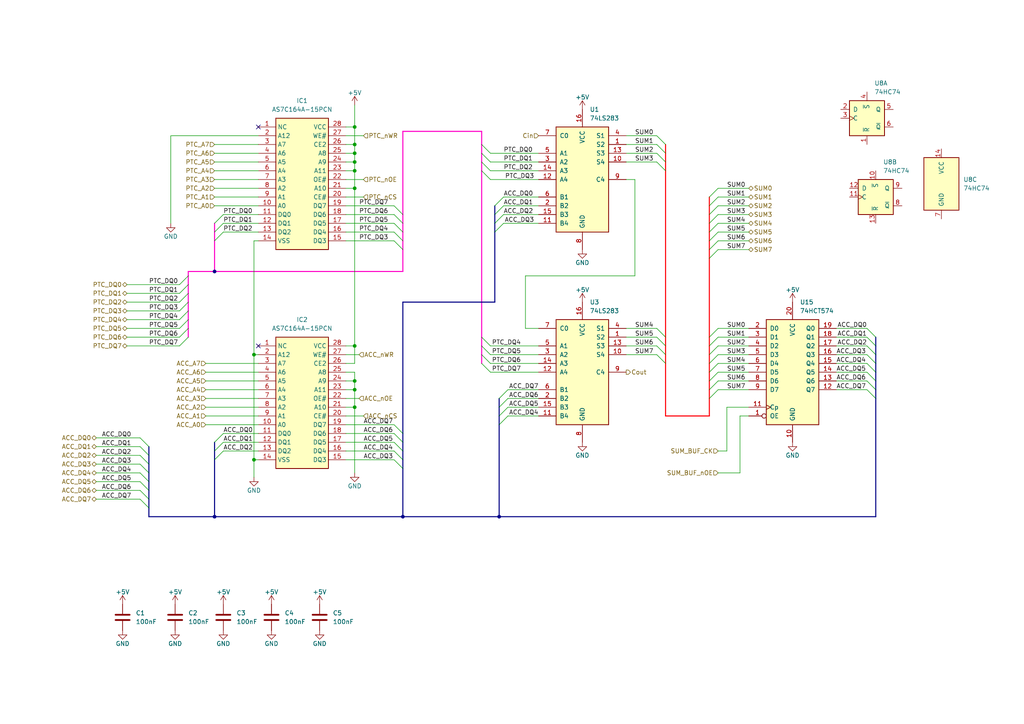
<source format=kicad_sch>
(kicad_sch (version 20250114) (generator "eeschema") (generator_version "9.0")
  (paper "A4")
  (lib_symbols
    (symbol "74xx:74HC74" (pin_names (offset 1.016))
      (property "Reference" "U" (at -7.62 8.89 0))
      (property "Value" "74HC74" (at -7.62 -8.89 0))
      (symbol "74HC74_1_0"
        (pin input line (at -7.62 2.54 0) (length 2.54) (name "D") (number "2"))
        (pin input clock (at -7.62 0 0) (length 2.54) (name "C") (number "3"))
        (pin input line (at 0 7.62 270) (length 2.54) (name "~{S}") (number "4"))
        (pin input line (at 0 -7.62 90) (length 2.54) (name "~{R}") (number "1"))
        (pin output line (at 7.62 2.54 180) (length 2.54) (name "Q") (number "5"))
        (pin output line (at 7.62 -2.54 180) (length 2.54) (name "~{Q}") (number "6"))
      )
      (symbol "74HC74_1_1"
        (rectangle (start -5.08 5.08) (end 5.08 -5.08) (stroke (width 0.254)) (fill (type background)))
      )
      (symbol "74HC74_2_0"
        (pin input line (at -7.62 2.54 0) (length 2.54) (name "D") (number "12"))
        (pin input clock (at -7.62 0 0) (length 2.54) (name "C") (number "11"))
        (pin input line (at 0 7.62 270) (length 2.54) (name "~{S}") (number "10"))
        (pin input line (at 0 -7.62 90) (length 2.54) (name "~{R}") (number "13"))
        (pin output line (at 7.62 2.54 180) (length 2.54) (name "Q") (number "9"))
        (pin output line (at 7.62 -2.54 180) (length 2.54) (name "~{Q}") (number "8"))
      )
      (symbol "74HC74_2_1"
        (rectangle (start -5.08 5.08) (end 5.08 -5.08) (stroke (width 0.254)) (fill (type background)))
      )
      (symbol "74HC74_3_0"
        (pin power_in line (at 0 10.16 270) (length 2.54) (name "VCC") (number "14"))
        (pin power_in line (at 0 -10.16 90) (length 2.54) (name "GND") (number "7"))
      )
      (symbol "74HC74_3_1"
        (rectangle (start -5.08 7.62) (end 5.08 -7.62) (stroke (width 0.254)) (fill (type background)))
      )
    )
    (symbol "74xx:74HCT574" (pin_names (offset 1.016))
      (property "Reference" "U" (at -7.62 16.51 0))
      (property "Value" "74HCT574" (at -7.62 -16.51 0))
      (symbol "74HCT574_1_0"
        (pin input line (at -12.7 12.7 0) (length 5.08) (name "D0") (number "2"))
        (pin input line (at -12.7 10.16 0) (length 5.08) (name "D1") (number "3"))
        (pin input line (at -12.7 7.62 0) (length 5.08) (name "D2") (number "4"))
        (pin input line (at -12.7 5.08 0) (length 5.08) (name "D3") (number "5"))
        (pin input line (at -12.7 2.54 0) (length 5.08) (name "D4") (number "6"))
        (pin input line (at -12.7 0 0) (length 5.08) (name "D5") (number "7"))
        (pin input line (at -12.7 -2.54 0) (length 5.08) (name "D6") (number "8"))
        (pin input line (at -12.7 -5.08 0) (length 5.08) (name "D7") (number "9"))
        (pin input clock (at -12.7 -10.16 0) (length 5.08) (name "Cp") (number "11"))
        (pin input inverted (at -12.7 -12.7 0) (length 5.08) (name "OE") (number "1"))
        (pin power_in line (at 0 20.32 270) (length 5.08) (name "VCC") (number "20"))
        (pin power_in line (at 0 -20.32 90) (length 5.08) (name "GND") (number "10"))
        (pin tri_state line (at 12.7 12.7 180) (length 5.08) (name "Q0") (number "19"))
        (pin tri_state line (at 12.7 10.16 180) (length 5.08) (name "Q1") (number "18"))
        (pin tri_state line (at 12.7 7.62 180) (length 5.08) (name "Q2") (number "17"))
        (pin tri_state line (at 12.7 5.08 180) (length 5.08) (name "Q3") (number "16"))
        (pin tri_state line (at 12.7 2.54 180) (length 5.08) (name "Q4") (number "15"))
        (pin tri_state line (at 12.7 0 180) (length 5.08) (name "Q5") (number "14"))
        (pin tri_state line (at 12.7 -2.54 180) (length 5.08) (name "Q6") (number "13"))
        (pin tri_state line (at 12.7 -5.08 180) (length 5.08) (name "Q7") (number "12"))
      )
      (symbol "74HCT574_1_1"
        (rectangle (start -7.62 15.24) (end 7.62 -15.24) (stroke (width 0.254)) (fill (type background)))
      )
    )
    (symbol "74xx:74LS283" (pin_names (offset 1.016))
      (property "Reference" "U" (at -7.62 16.51 0))
      (property "Value" "74LS283" (at -7.62 -16.51 0))
      (symbol "74LS283_1_0"
        (pin input line (at -12.7 12.7 0) (length 5.08) (name "C0") (number "7"))
        (pin input line (at -12.7 7.62 0) (length 5.08) (name "A1") (number "5"))
        (pin input line (at -12.7 5.08 0) (length 5.08) (name "A2") (number "3"))
        (pin input line (at -12.7 2.54 0) (length 5.08) (name "A3") (number "14"))
        (pin input line (at -12.7 0 0) (length 5.08) (name "A4") (number "12"))
        (pin input line (at -12.7 -5.08 0) (length 5.08) (name "B1") (number "6"))
        (pin input line (at -12.7 -7.62 0) (length 5.08) (name "B2") (number "2"))
        (pin input line (at -12.7 -10.16 0) (length 5.08) (name "B3") (number "15"))
        (pin input line (at -12.7 -12.7 0) (length 5.08) (name "B4") (number "11"))
        (pin power_in line (at 0 20.32 270) (length 5.08) (name "VCC") (number "16"))
        (pin power_in line (at 0 -20.32 90) (length 5.08) (name "GND") (number "8"))
        (pin output line (at 12.7 12.7 180) (length 5.08) (name "S1") (number "4"))
        (pin output line (at 12.7 10.16 180) (length 5.08) (name "S2") (number "1"))
        (pin output line (at 12.7 7.62 180) (length 5.08) (name "S3") (number "13"))
        (pin output line (at 12.7 5.08 180) (length 5.08) (name "S4") (number "10"))
        (pin output line (at 12.7 0 180) (length 5.08) (name "C4") (number "9"))
      )
      (symbol "74LS283_1_1"
        (rectangle (start -7.62 15.24) (end 7.62 -15.24) (stroke (width 0.254)) (fill (type background)))
      )
    )
    (symbol "AS7C164A-15PCN:AS7C164A-15PCN"
      (property "Reference" "IC" (at 21.59 7.62 0))
      (property "Value" "AS7C164A-15PCN" (at 21.59 5.08 0))
      (symbol "AS7C164A-15PCN_1_1"
        (rectangle (start 5.08 2.54) (end 20.32 -35.56) (stroke (width 0.254)) (fill (type background)))
        (pin no_connect line (at 0 0 0) (length 5.08) (name "NC") (number "1"))
        (pin input line (at 0 -2.54 0) (length 5.08) (name "A12") (number "2"))
        (pin input line (at 0 -5.08 0) (length 5.08) (name "A7") (number "3"))
        (pin input line (at 0 -7.62 0) (length 5.08) (name "A6") (number "4"))
        (pin input line (at 0 -10.16 0) (length 5.08) (name "A5") (number "5"))
        (pin input line (at 0 -12.7 0) (length 5.08) (name "A4") (number "6"))
        (pin input line (at 0 -15.24 0) (length 5.08) (name "A3") (number "7"))
        (pin input line (at 0 -17.78 0) (length 5.08) (name "A2") (number "8"))
        (pin input line (at 0 -20.32 0) (length 5.08) (name "A1") (number "9"))
        (pin input line (at 0 -22.86 0) (length 5.08) (name "A0") (number "10"))
        (pin bidirectional line (at 0 -25.4 0) (length 5.08) (name "DQ0") (number "11"))
        (pin bidirectional line (at 0 -27.94 0) (length 5.08) (name "DQ1") (number "12"))
        (pin bidirectional line (at 0 -30.48 0) (length 5.08) (name "DQ2") (number "13"))
        (pin power_in line (at 0 -33.02 0) (length 5.08) (name "VSS") (number "14"))
        (pin power_in line (at 25.4 0 180) (length 5.08) (name "VCC") (number "28"))
        (pin input line (at 25.4 -2.54 180) (length 5.08) (name "WE#") (number "27"))
        (pin input line (at 25.4 -5.08 180) (length 5.08) (name "CE2") (number "26"))
        (pin input line (at 25.4 -7.62 180) (length 5.08) (name "A8") (number "25"))
        (pin input line (at 25.4 -10.16 180) (length 5.08) (name "A9") (number "24"))
        (pin input line (at 25.4 -12.7 180) (length 5.08) (name "A11") (number "23"))
        (pin input line (at 25.4 -15.24 180) (length 5.08) (name "OE#") (number "22"))
        (pin input line (at 25.4 -17.78 180) (length 5.08) (name "A10") (number "21"))
        (pin input line (at 25.4 -20.32 180) (length 5.08) (name "CE#") (number "20"))
        (pin bidirectional line (at 25.4 -22.86 180) (length 5.08) (name "DQ7") (number "19"))
        (pin bidirectional line (at 25.4 -25.4 180) (length 5.08) (name "DQ6") (number "18"))
        (pin bidirectional line (at 25.4 -27.94 180) (length 5.08) (name "DQ5") (number "17"))
        (pin bidirectional line (at 25.4 -30.48 180) (length 5.08) (name "DQ4") (number "16"))
        (pin bidirectional line (at 25.4 -33.02 180) (length 5.08) (name "DQ3") (number "15"))
      )
    )
    (symbol "Device:C" (pin_numbers (hide yes)) (pin_names (offset 0.254))
      (property "Reference" "C" (at 0.635 2.54 0))
      (property "Value" "C" (at 0.635 -2.54 0))
      (symbol "C_0_1"
        (polyline (pts (xy -2.032 0.762) (xy 2.032 0.762)) (stroke (width 0.508)))
        (polyline (pts (xy -2.032 -0.762) (xy 2.032 -0.762)) (stroke (width 0.508)))
      )
      (symbol "C_1_1"
        (pin passive line (at 0 3.81 270) (length 2.794) (name "~") (number "1"))
        (pin passive line (at 0 -3.81 90) (length 2.794) (name "~") (number "2"))
      )
    )
    (symbol "power:+5V" (power) (pin_names (offset 0))
      (property "Value" "+5V" (at 0 3.556 0))
      (symbol "+5V_0_1"
        (polyline (pts (xy -0.762 1.27) (xy 0 2.54)))
        (polyline (pts (xy 0 2.54) (xy 0.762 1.27)))
        (polyline (pts (xy 0 0) (xy 0 2.54)))
      )
      (symbol "+5V_1_1"
        (pin power_in line (at 0 0 90) (length 0) (hide yes) (name "+5V") (number "1"))
      )
    )
    (symbol "power:GND" (power) (pin_names (offset 0))
      (property "Value" "GND" (at 0 -3.81 0))
      (symbol "GND_0_1"
        (polyline (pts (xy 0 0) (xy 0 -1.27) (xy 1.27 -1.27) (xy 0 -2.54) (xy -1.27 -1.27) (xy 0 -1.27)))
      )
      (symbol "GND_1_1"
        (pin power_in line (at 0 0 270) (length 0) (hide yes) (name "GND") (number "1"))
      )
    )
  )
  (junction (at 144.78 149.86))
  (junction (at 102.87 46.99))
  (junction (at 102.87 100.33))
  (junction (at 116.84 149.86))
  (junction (at 102.87 118.11))
  (junction (at 102.87 36.83))
  (junction (at 102.87 110.49))
  (junction (at 102.87 41.91))
  (junction (at 62.23 149.86))
  (junction (at 73.66 133.35))
  (junction (at 73.66 102.87))
  (junction (at 102.87 49.53))
  (junction (at 102.87 54.61))
  (junction (at 102.87 44.45))
  (junction (at 102.87 113.03))
  (junction (at 62.23 78.74))
  (no_connect (at 74.93 100.33))
  (no_connect (at 74.93 36.83))
  (bus_entry (at 114.3 133.35) (size 2.54 2.54))
  (bus_entry (at 190.5 44.45) (size 2.54 2.54))
  (bus_entry (at 147.32 118.11) (size -2.54 2.54))
  (bus_entry (at 64.77 62.23) (size -2.54 2.54))
  (bus_entry (at 146.05 64.77) (size -2.54 2.54))
  (bus_entry (at 208.28 62.23) (size -2.54 2.54))
  (bus_entry (at 190.5 41.91) (size 2.54 2.54))
  (bus_entry (at 146.05 57.15) (size -2.54 2.54))
  (bus_entry (at 190.5 102.87) (size 2.54 2.54))
  (bus_entry (at 114.3 67.31) (size 2.54 2.54))
  (bus_entry (at 114.3 123.19) (size 2.54 2.54))
  (bus_entry (at 251.46 100.33) (size 2.54 2.54))
  (bus_entry (at 64.77 130.81) (size -2.54 2.54))
  (bus_entry (at 208.28 69.85) (size -2.54 2.54))
  (bus_entry (at 208.28 102.87) (size -2.54 2.54))
  (bus_entry (at 251.46 102.87) (size 2.54 2.54))
  (bus_entry (at 52.07 100.33) (size 2.54 -2.54))
  (bus_entry (at 64.77 128.27) (size -2.54 2.54))
  (bus_entry (at 190.5 95.25) (size 2.54 2.54))
  (bus_entry (at 40.64 127) (size 2.54 2.54))
  (bus_entry (at 251.46 110.49) (size 2.54 2.54))
  (bus_entry (at 146.05 59.69) (size -2.54 2.54))
  (bus_entry (at 146.05 62.23) (size -2.54 2.54))
  (bus_entry (at 190.5 46.99) (size 2.54 2.54))
  (bus_entry (at 114.3 130.81) (size 2.54 2.54))
  (bus_entry (at 208.28 57.15) (size -2.54 2.54))
  (bus_entry (at 251.46 113.03) (size 2.54 2.54))
  (bus_entry (at 208.28 110.49) (size -2.54 2.54))
  (bus_entry (at 52.07 95.25) (size 2.54 -2.54))
  (bus_entry (at 52.07 97.79) (size 2.54 -2.54))
  (bus_entry (at 208.28 54.61) (size -2.54 2.54))
  (bus_entry (at 40.64 144.78) (size 2.54 2.54))
  (bus_entry (at 208.28 100.33) (size -2.54 2.54))
  (bus_entry (at 190.5 100.33) (size 2.54 2.54))
  (bus_entry (at 190.5 97.79) (size 2.54 2.54))
  (bus_entry (at 142.24 52.07) (size -2.54 -2.54))
  (bus_entry (at 208.28 95.25) (size -2.54 2.54))
  (bus_entry (at 114.3 59.69) (size 2.54 2.54))
  (bus_entry (at 114.3 128.27) (size 2.54 2.54))
  (bus_entry (at 208.28 107.95) (size -2.54 2.54))
  (bus_entry (at 54.61 85.09) (size -2.54 2.54))
  (bus_entry (at 64.77 125.73) (size -2.54 2.54))
  (bus_entry (at 114.3 62.23) (size 2.54 2.54))
  (bus_entry (at 251.46 97.79) (size 2.54 2.54))
  (bus_entry (at 64.77 64.77) (size -2.54 2.54))
  (bus_entry (at 114.3 69.85) (size 2.54 2.54))
  (bus_entry (at 64.77 67.31) (size -2.54 2.54))
  (bus_entry (at 147.32 115.57) (size -2.54 2.54))
  (bus_entry (at 208.28 72.39) (size -2.54 2.54))
  (bus_entry (at 251.46 107.95) (size 2.54 2.54))
  (bus_entry (at 208.28 59.69) (size -2.54 2.54))
  (bus_entry (at 142.24 105.41) (size -2.54 -2.54))
  (bus_entry (at 208.28 113.03) (size -2.54 2.54))
  (bus_entry (at 54.61 80.01) (size -2.54 2.54))
  (bus_entry (at 114.3 125.73) (size 2.54 2.54))
  (bus_entry (at 139.7 46.99) (size 2.54 2.54))
  (bus_entry (at 142.24 102.87) (size -2.54 -2.54))
  (bus_entry (at 54.61 82.55) (size -2.54 2.54))
  (bus_entry (at 40.64 129.54) (size 2.54 2.54))
  (bus_entry (at 114.3 64.77) (size 2.54 2.54))
  (bus_entry (at 251.46 105.41) (size 2.54 2.54))
  (bus_entry (at 40.64 142.24) (size 2.54 2.54))
  (bus_entry (at 251.46 95.25) (size 2.54 2.54))
  (bus_entry (at 208.28 97.79) (size -2.54 2.54))
  (bus_entry (at 142.24 100.33) (size -2.54 -2.54))
  (bus_entry (at 208.28 67.31) (size -2.54 2.54))
  (bus_entry (at 40.64 139.7) (size 2.54 2.54))
  (bus_entry (at 52.07 92.71) (size 2.54 -2.54))
  (bus_entry (at 208.28 105.41) (size -2.54 2.54))
  (bus_entry (at 208.28 64.77) (size -2.54 2.54))
  (bus_entry (at 40.64 132.08) (size 2.54 2.54))
  (bus_entry (at 139.7 41.91) (size 2.54 2.54))
  (bus_entry (at 52.07 90.17) (size 2.54 -2.54))
  (bus_entry (at 40.64 134.62) (size 2.54 2.54))
  (bus_entry (at 147.32 120.65) (size -2.54 2.54))
  (bus_entry (at 139.7 44.45) (size 2.54 2.54))
  (bus_entry (at 142.24 107.95) (size -2.54 -2.54))
  (bus_entry (at 40.64 137.16) (size 2.54 2.54))
  (bus_entry (at 190.5 39.37) (size 2.54 2.54))
  (bus_entry (at 147.32 113.03) (size -2.54 2.54))
  (bus (pts (xy 116.84 149.86) (xy 144.78 149.86)))
  (wire (pts (xy 102.87 54.61) (xy 102.87 49.53)))
  (wire (pts (xy 52.07 85.09) (xy 36.83 85.09)))
  (wire (pts (xy 52.07 95.25) (xy 36.83 95.25)))
  (wire (pts (xy 102.87 49.53) (xy 102.87 46.99)))
  (bus (pts (xy 116.84 130.81) (xy 116.84 133.35)))
  (wire (pts (xy 208.28 64.77) (xy 217.17 64.77)))
  (wire (pts (xy 214.63 120.65) (xy 214.63 137.16)))
  (bus (pts (xy 139.7 97.79) (xy 139.7 100.33)) (stroke (width 0) (color 255 0 199 1)))
  (wire (pts (xy 27.94 142.24) (xy 40.64 142.24)))
  (wire (pts (xy 100.33 120.65) (xy 105.41 120.65)))
  (bus (pts (xy 62.23 133.35) (xy 62.23 149.86)))
  (wire (pts (xy 100.33 125.73) (xy 114.3 125.73)))
  (bus (pts (xy 193.04 100.33) (xy 193.04 102.87)) (stroke (width 0) (color 255 0 8 1)))
  (wire (pts (xy 102.87 105.41) (xy 102.87 100.33)))
  (bus (pts (xy 116.84 125.73) (xy 116.84 128.27)))
  (wire (pts (xy 181.61 46.99) (xy 190.5 46.99)))
  (bus (pts (xy 144.78 118.11) (xy 144.78 120.65)))
  (bus (pts (xy 205.74 74.93) (xy 205.74 97.79)) (stroke (width 0) (color 255 0 8 1)))
  (wire (pts (xy 242.57 113.03) (xy 251.46 113.03)))
  (wire (pts (xy 156.21 105.41) (xy 142.24 105.41)))
  (wire (pts (xy 100.33 69.85) (xy 114.3 69.85)))
  (wire (pts (xy 105.41 39.37) (xy 100.33 39.37)))
  (bus (pts (xy 205.74 102.87) (xy 205.74 105.41)) (stroke (width 0) (color 255 0 8 1)))
  (bus (pts (xy 205.74 67.31) (xy 205.74 69.85)) (stroke (width 0) (color 255 0 8 1)))
  (wire (pts (xy 152.4 95.25) (xy 156.21 95.25)))
  (wire (pts (xy 62.23 44.45) (xy 74.93 44.45)))
  (wire (pts (xy 100.33 62.23) (xy 114.3 62.23)))
  (bus (pts (xy 139.7 100.33) (xy 139.7 102.87)) (stroke (width 0) (color 255 0 199 1)))
  (wire (pts (xy 242.57 110.49) (xy 251.46 110.49)))
  (wire (pts (xy 208.28 95.25) (xy 217.17 95.25)))
  (wire (pts (xy 100.33 46.99) (xy 102.87 46.99)))
  (wire (pts (xy 184.15 80.01) (xy 152.4 80.01)))
  (bus (pts (xy 193.04 46.99) (xy 193.04 49.53)) (stroke (width 0) (color 255 0 8 1)))
  (bus (pts (xy 144.78 120.65) (xy 144.78 123.19)))
  (wire (pts (xy 100.33 118.11) (xy 102.87 118.11)))
  (wire (pts (xy 208.28 97.79) (xy 217.17 97.79)))
  (bus (pts (xy 193.04 105.41) (xy 193.04 120.65)) (stroke (width 0) (color 255 0 8 1)))
  (wire (pts (xy 73.66 133.35) (xy 74.93 133.35)))
  (bus (pts (xy 62.23 128.27) (xy 62.23 130.81)))
  (bus (pts (xy 254 115.57) (xy 254 149.86)))
  (bus (pts (xy 62.23 78.74) (xy 116.84 78.74)) (stroke (width 0) (color 255 0 199 1)))
  (wire (pts (xy 104.14 102.87) (xy 100.33 102.87)))
  (wire (pts (xy 73.66 133.35) (xy 73.66 138.43)))
  (wire (pts (xy 64.77 130.81) (xy 74.93 130.81)))
  (wire (pts (xy 59.69 110.49) (xy 74.93 110.49)))
  (bus (pts (xy 205.74 115.57) (xy 205.74 120.65)) (stroke (width 0) (color 255 0 8 1)))
  (wire (pts (xy 102.87 107.95) (xy 102.87 110.49)))
  (wire (pts (xy 217.17 118.11) (xy 210.82 118.11)))
  (bus (pts (xy 205.74 69.85) (xy 205.74 72.39)) (stroke (width 0) (color 255 0 8 1)))
  (bus (pts (xy 62.23 149.86) (xy 116.84 149.86)))
  (bus (pts (xy 43.18 137.16) (xy 43.18 139.7)))
  (bus (pts (xy 54.61 80.01) (xy 54.61 82.55)) (stroke (width 0) (color 255 0 199 1)))
  (wire (pts (xy 64.77 67.31) (xy 74.93 67.31)))
  (wire (pts (xy 100.33 105.41) (xy 102.87 105.41)))
  (bus (pts (xy 205.74 72.39) (xy 205.74 74.93)) (stroke (width 0) (color 255 0 8 1)))
  (wire (pts (xy 251.46 95.25) (xy 242.57 95.25)))
  (bus (pts (xy 193.04 41.91) (xy 193.04 44.45)) (stroke (width 0) (color 255 0 8 1)))
  (wire (pts (xy 52.07 97.79) (xy 36.83 97.79)))
  (bus (pts (xy 62.23 67.31) (xy 62.23 69.85)) (stroke (width 0) (color 255 0 199 1)))
  (bus (pts (xy 139.7 44.45) (xy 139.7 46.99)) (stroke (width 0) (color 255 0 199 1)))
  (wire (pts (xy 62.23 59.69) (xy 74.93 59.69)))
  (wire (pts (xy 27.94 132.08) (xy 40.64 132.08)))
  (wire (pts (xy 105.41 57.15) (xy 100.33 57.15)))
  (wire (pts (xy 146.05 62.23) (xy 156.21 62.23)))
  (wire (pts (xy 181.61 52.07) (xy 184.15 52.07)))
  (wire (pts (xy 64.77 125.73) (xy 74.93 125.73)))
  (wire (pts (xy 181.61 44.45) (xy 190.5 44.45)))
  (wire (pts (xy 208.28 72.39) (xy 217.17 72.39)))
  (wire (pts (xy 100.33 100.33) (xy 102.87 100.33)))
  (bus (pts (xy 254 97.79) (xy 254 100.33)))
  (wire (pts (xy 152.4 80.01) (xy 152.4 95.25)))
  (bus (pts (xy 43.18 139.7) (xy 43.18 142.24)))
  (wire (pts (xy 146.05 59.69) (xy 156.21 59.69)))
  (wire (pts (xy 52.07 100.33) (xy 36.83 100.33)))
  (bus (pts (xy 254 113.03) (xy 254 115.57)))
  (bus (pts (xy 205.74 110.49) (xy 205.74 113.03)) (stroke (width 0) (color 255 0 8 1)))
  (wire (pts (xy 59.69 118.11) (xy 74.93 118.11)))
  (wire (pts (xy 62.23 41.91) (xy 74.93 41.91)))
  (bus (pts (xy 205.74 105.41) (xy 205.74 107.95)) (stroke (width 0) (color 255 0 8 1)))
  (wire (pts (xy 100.33 107.95) (xy 102.87 107.95)))
  (bus (pts (xy 193.04 102.87) (xy 193.04 105.41)) (stroke (width 0) (color 255 0 8 1)))
  (bus (pts (xy 62.23 130.81) (xy 62.23 133.35)))
  (bus (pts (xy 205.74 62.23) (xy 205.74 64.77)) (stroke (width 0) (color 255 0 8 1)))
  (wire (pts (xy 49.53 39.37) (xy 49.53 64.77)))
  (bus (pts (xy 62.23 64.77) (xy 62.23 67.31)) (stroke (width 0) (color 255 0 199 1)))
  (wire (pts (xy 142.24 46.99) (xy 156.21 46.99)))
  (wire (pts (xy 156.21 107.95) (xy 142.24 107.95)))
  (wire (pts (xy 102.87 46.99) (xy 102.87 44.45)))
  (bus (pts (xy 139.7 102.87) (xy 139.7 105.41)) (stroke (width 0) (color 255 0 199 1)))
  (wire (pts (xy 156.21 100.33) (xy 142.24 100.33)))
  (wire (pts (xy 73.66 102.87) (xy 73.66 133.35)))
  (wire (pts (xy 208.28 102.87) (xy 217.17 102.87)))
  (wire (pts (xy 208.28 105.41) (xy 217.17 105.41)))
  (wire (pts (xy 74.93 39.37) (xy 49.53 39.37)))
  (wire (pts (xy 59.69 107.95) (xy 74.93 107.95)))
  (wire (pts (xy 156.21 52.07) (xy 142.24 52.07)))
  (wire (pts (xy 62.23 46.99) (xy 74.93 46.99)))
  (wire (pts (xy 100.33 128.27) (xy 114.3 128.27)))
  (bus (pts (xy 205.74 97.79) (xy 205.74 100.33)) (stroke (width 0) (color 255 0 8 1)))
  (bus (pts (xy 116.84 87.63) (xy 116.84 125.73)))
  (wire (pts (xy 181.61 95.25) (xy 190.5 95.25)))
  (wire (pts (xy 59.69 120.65) (xy 74.93 120.65)))
  (wire (pts (xy 184.15 52.07) (xy 184.15 80.01)))
  (wire (pts (xy 210.82 130.81) (xy 208.28 130.81)))
  (bus (pts (xy 143.51 62.23) (xy 143.51 64.77)))
  (bus (pts (xy 193.04 44.45) (xy 193.04 46.99)) (stroke (width 0) (color 255 0 8 1)))
  (wire (pts (xy 59.69 105.41) (xy 74.93 105.41)))
  (wire (pts (xy 102.87 100.33) (xy 102.87 54.61)))
  (bus (pts (xy 43.18 132.08) (xy 43.18 134.62)))
  (bus (pts (xy 193.04 49.53) (xy 193.04 97.79)) (stroke (width 0) (color 255 0 8 1)))
  (wire (pts (xy 27.94 139.7) (xy 40.64 139.7)))
  (wire (pts (xy 100.33 113.03) (xy 102.87 113.03)))
  (wire (pts (xy 74.93 69.85) (xy 73.66 69.85)))
  (wire (pts (xy 52.07 92.71) (xy 36.83 92.71)))
  (wire (pts (xy 52.07 87.63) (xy 36.83 87.63)))
  (bus (pts (xy 143.51 59.69) (xy 143.51 62.23)))
  (wire (pts (xy 102.87 44.45) (xy 102.87 41.91)))
  (wire (pts (xy 64.77 62.23) (xy 74.93 62.23)))
  (bus (pts (xy 116.84 133.35) (xy 116.84 135.89)))
  (wire (pts (xy 100.33 59.69) (xy 114.3 59.69)))
  (bus (pts (xy 116.84 69.85) (xy 116.84 72.39)) (stroke (width 0) (color 255 0 199 1)))
  (wire (pts (xy 52.07 82.55) (xy 36.83 82.55)))
  (wire (pts (xy 181.61 97.79) (xy 190.5 97.79)))
  (wire (pts (xy 102.87 36.83) (xy 102.87 30.48)))
  (bus (pts (xy 205.74 64.77) (xy 205.74 67.31)) (stroke (width 0) (color 255 0 8 1)))
  (wire (pts (xy 142.24 49.53) (xy 156.21 49.53)))
  (wire (pts (xy 181.61 39.37) (xy 190.5 39.37)))
  (bus (pts (xy 116.84 38.1) (xy 139.7 38.1)) (stroke (width 0) (color 255 0 199 1)))
  (wire (pts (xy 100.33 123.19) (xy 114.3 123.19)))
  (wire (pts (xy 59.69 115.57) (xy 74.93 115.57)))
  (wire (pts (xy 27.94 127) (xy 40.64 127)))
  (bus (pts (xy 139.7 38.1) (xy 139.7 41.91)) (stroke (width 0) (color 255 0 199 1)))
  (wire (pts (xy 156.21 102.87) (xy 142.24 102.87)))
  (wire (pts (xy 59.69 113.03) (xy 74.93 113.03)))
  (wire (pts (xy 59.69 123.19) (xy 74.93 123.19)))
  (bus (pts (xy 54.61 82.55) (xy 54.61 85.09)) (stroke (width 0) (color 255 0 199 1)))
  (wire (pts (xy 73.66 102.87) (xy 74.93 102.87)))
  (wire (pts (xy 156.21 118.11) (xy 147.32 118.11)))
  (wire (pts (xy 242.57 107.95) (xy 251.46 107.95)))
  (bus (pts (xy 54.61 78.74) (xy 54.61 80.01)) (stroke (width 0) (color 255 0 199 1)))
  (wire (pts (xy 208.28 113.03) (xy 217.17 113.03)))
  (wire (pts (xy 208.28 59.69) (xy 217.17 59.69)))
  (bus (pts (xy 254 105.41) (xy 254 107.95)))
  (wire (pts (xy 181.61 100.33) (xy 190.5 100.33)))
  (wire (pts (xy 64.77 128.27) (xy 74.93 128.27)))
  (bus (pts (xy 143.51 64.77) (xy 143.51 67.31)))
  (wire (pts (xy 208.28 57.15) (xy 217.17 57.15)))
  (wire (pts (xy 62.23 54.61) (xy 74.93 54.61)))
  (bus (pts (xy 193.04 120.65) (xy 205.74 120.65)) (stroke (width 0) (color 255 0 8 1)))
  (wire (pts (xy 208.28 100.33) (xy 217.17 100.33)))
  (bus (pts (xy 144.78 123.19) (xy 144.78 149.86)))
  (wire (pts (xy 217.17 120.65) (xy 214.63 120.65)))
  (wire (pts (xy 100.33 110.49) (xy 102.87 110.49)))
  (wire (pts (xy 105.41 52.07) (xy 100.33 52.07)))
  (bus (pts (xy 116.84 135.89) (xy 116.84 149.86)))
  (wire (pts (xy 146.05 64.77) (xy 156.21 64.77)))
  (bus (pts (xy 43.18 142.24) (xy 43.18 144.78)))
  (wire (pts (xy 210.82 118.11) (xy 210.82 130.81)))
  (wire (pts (xy 251.46 100.33) (xy 242.57 100.33)))
  (bus (pts (xy 254 107.95) (xy 254 110.49)))
  (wire (pts (xy 142.24 44.45) (xy 156.21 44.45)))
  (wire (pts (xy 251.46 102.87) (xy 242.57 102.87)))
  (bus (pts (xy 62.23 69.85) (xy 62.23 78.74)) (stroke (width 0) (color 255 0 199 1)))
  (wire (pts (xy 181.61 41.91) (xy 190.5 41.91)))
  (bus (pts (xy 116.84 67.31) (xy 116.84 69.85)) (stroke (width 0) (color 255 0 199 1)))
  (wire (pts (xy 156.21 113.03) (xy 147.32 113.03)))
  (wire (pts (xy 208.28 54.61) (xy 217.17 54.61)))
  (bus (pts (xy 116.84 38.1) (xy 116.84 62.23)) (stroke (width 0) (color 255 0 199 1)))
  (wire (pts (xy 100.33 54.61) (xy 102.87 54.61)))
  (wire (pts (xy 100.33 49.53) (xy 102.87 49.53)))
  (bus (pts (xy 62.23 149.86) (xy 43.18 149.86)))
  (wire (pts (xy 208.28 62.23) (xy 217.17 62.23)))
  (bus (pts (xy 116.84 64.77) (xy 116.84 67.31)) (stroke (width 0) (color 255 0 199 1)))
  (wire (pts (xy 251.46 97.79) (xy 242.57 97.79)))
  (bus (pts (xy 116.84 72.39) (xy 116.84 78.74)) (stroke (width 0) (color 255 0 199 1)))
  (wire (pts (xy 104.14 115.57) (xy 100.33 115.57)))
  (bus (pts (xy 254 100.33) (xy 254 102.87)))
  (wire (pts (xy 102.87 41.91) (xy 102.87 36.83)))
  (bus (pts (xy 54.61 87.63) (xy 54.61 90.17)) (stroke (width 0) (color 255 0 199 1)))
  (wire (pts (xy 62.23 57.15) (xy 74.93 57.15)))
  (wire (pts (xy 156.21 115.57) (xy 147.32 115.57)))
  (bus (pts (xy 139.7 41.91) (xy 139.7 44.45)) (stroke (width 0) (color 255 0 199 1)))
  (bus (pts (xy 43.18 134.62) (xy 43.18 137.16)))
  (bus (pts (xy 139.7 49.53) (xy 139.7 97.79)) (stroke (width 0) (color 255 0 199 1)))
  (wire (pts (xy 102.87 110.49) (xy 102.87 113.03)))
  (wire (pts (xy 100.33 44.45) (xy 102.87 44.45)))
  (bus (pts (xy 205.74 100.33) (xy 205.74 102.87)) (stroke (width 0) (color 255 0 8 1)))
  (bus (pts (xy 43.18 144.78) (xy 43.18 147.32)))
  (wire (pts (xy 156.21 120.65) (xy 147.32 120.65)))
  (bus (pts (xy 205.74 107.95) (xy 205.74 110.49)) (stroke (width 0) (color 255 0 8 1)))
  (bus (pts (xy 43.18 129.54) (xy 43.18 132.08)))
  (wire (pts (xy 27.94 134.62) (xy 40.64 134.62)))
  (bus (pts (xy 54.61 85.09) (xy 54.61 87.63)) (stroke (width 0) (color 255 0 199 1)))
  (bus (pts (xy 205.74 59.69) (xy 205.74 62.23)) (stroke (width 0) (color 255 0 8 1)))
  (wire (pts (xy 146.05 57.15) (xy 156.21 57.15)))
  (bus (pts (xy 54.61 92.71) (xy 54.61 95.25)) (stroke (width 0) (color 255 0 199 1)))
  (wire (pts (xy 27.94 137.16) (xy 40.64 137.16)))
  (wire (pts (xy 62.23 52.07) (xy 74.93 52.07)))
  (bus (pts (xy 144.78 115.57) (xy 144.78 118.11)))
  (wire (pts (xy 100.33 41.91) (xy 102.87 41.91)))
  (wire (pts (xy 208.28 69.85) (xy 217.17 69.85)))
  (wire (pts (xy 100.33 64.77) (xy 114.3 64.77)))
  (wire (pts (xy 27.94 144.78) (xy 40.64 144.78)))
  (bus (pts (xy 254 102.87) (xy 254 105.41)))
  (bus (pts (xy 54.61 90.17) (xy 54.61 92.71)) (stroke (width 0) (color 255 0 199 1)))
  (bus (pts (xy 62.23 78.74) (xy 54.61 78.74)) (stroke (width 0) (color 255 0 199 1)))
  (wire (pts (xy 100.33 133.35) (xy 114.3 133.35)))
  (wire (pts (xy 242.57 105.41) (xy 251.46 105.41)))
  (wire (pts (xy 102.87 118.11) (xy 102.87 137.16)))
  (wire (pts (xy 181.61 102.87) (xy 190.5 102.87)))
  (wire (pts (xy 27.94 129.54) (xy 40.64 129.54)))
  (wire (pts (xy 208.28 107.95) (xy 217.17 107.95)))
  (wire (pts (xy 100.33 130.81) (xy 114.3 130.81)))
  (bus (pts (xy 193.04 97.79) (xy 193.04 100.33)) (stroke (width 0) (color 255 0 8 1)))
  (bus (pts (xy 143.51 87.63) (xy 116.84 87.63)))
  (wire (pts (xy 64.77 64.77) (xy 74.93 64.77)))
  (wire (pts (xy 52.07 90.17) (xy 36.83 90.17)))
  (bus (pts (xy 205.74 113.03) (xy 205.74 115.57)) (stroke (width 0) (color 255 0 8 1)))
  (bus (pts (xy 116.84 62.23) (xy 116.84 64.77)) (stroke (width 0) (color 255 0 199 1)))
  (bus (pts (xy 254 110.49) (xy 254 113.03)))
  (wire (pts (xy 62.23 49.53) (xy 74.93 49.53)))
  (bus (pts (xy 143.51 67.31) (xy 143.51 87.63)))
  (wire (pts (xy 208.28 110.49) (xy 217.17 110.49)))
  (wire (pts (xy 208.28 67.31) (xy 217.17 67.31)))
  (bus (pts (xy 54.61 95.25) (xy 54.61 97.79)) (stroke (width 0) (color 255 0 199 1)))
  (wire (pts (xy 100.33 36.83) (xy 102.87 36.83)))
  (bus (pts (xy 205.74 57.15) (xy 205.74 59.69)) (stroke (width 0) (color 255 0 8 1)))
  (bus (pts (xy 139.7 46.99) (xy 139.7 49.53)) (stroke (width 0) (color 255 0 199 1)))
  (wire (pts (xy 102.87 113.03) (xy 102.87 118.11)))
  (bus (pts (xy 116.84 128.27) (xy 116.84 130.81)))
  (bus (pts (xy 144.78 149.86) (xy 254 149.86)))
  (wire (pts (xy 100.33 67.31) (xy 114.3 67.31)))
  (wire (pts (xy 73.66 69.85) (xy 73.66 102.87)))
  (wire (pts (xy 214.63 137.16) (xy 208.28 137.16)))
  (bus (pts (xy 43.18 147.32) (xy 43.18 149.86)))
  (label "SUM3" (at 210.82 62.23 0))
  (label "ACC_DQ7" (at 105.41 123.19 0))
  (label "PTC_DQ0" (at 64.77 62.23 0))
  (label "SUM6" (at 210.82 69.85 0))
  (label "PTC_DQ1" (at 146.05 46.99 0))
  (label "PTC_DQ4" (at 104.14 67.31 0))
  (label "SUM5" (at 210.82 67.31 0))
  (label "ACC_DQ2" (at 146.05 62.23 0))
  (label "ACC_DQ5" (at 105.41 128.27 0))
  (label "ACC_DQ5" (at 242.57 107.95 0))
  (label "ACC_DQ4" (at 156.21 120.65 180))
  (label "ACC_DQ4" (at 242.57 105.41 0))
  (label "SUM7" (at 210.82 113.03 0))
  (label "SUM3" (at 184.15 46.99 0))
  (label "SUM0" (at 210.82 54.61 0))
  (label "PTC_DQ0" (at 43.18 82.55 0))
  (label "PTC_DQ6" (at 151.13 105.41 180))
  (label "ACC_DQ0" (at 146.05 57.15 0))
  (label "ACC_DQ5" (at 38.1 139.7 180))
  (label "PTC_DQ7" (at 104.14 59.69 0))
  (label "ACC_DQ5" (at 156.21 118.11 180))
  (label "ACC_DQ6" (at 156.21 115.57 180))
  (label "ACC_DQ7" (at 38.1 144.78 180))
  (label "SUM4" (at 184.15 95.25 0))
  (label "SUM5" (at 210.82 107.95 0))
  (label "PTC_DQ7" (at 151.13 107.95 180))
  (label "PTC_DQ0" (at 146.05 44.45 0))
  (label "ACC_DQ0" (at 251.46 95.25 180))
  (label "SUM0" (at 184.15 39.37 0))
  (label "SUM0" (at 210.82 95.25 0))
  (label "ACC_DQ6" (at 38.1 142.24 180))
  (label "PTC_DQ3" (at 43.18 90.17 0))
  (label "PTC_DQ2" (at 64.77 67.31 0))
  (label "SUM2" (at 210.82 100.33 0))
  (label "PTC_DQ4" (at 151.13 100.33 180))
  (label "PTC_DQ4" (at 43.18 92.71 0))
  (label "SUM1" (at 210.82 97.79 0))
  (label "SUM6" (at 184.15 100.33 0))
  (label "SUM6" (at 210.82 110.49 0))
  (label "ACC_DQ7" (at 242.57 113.03 0))
  (label "SUM7" (at 210.82 72.39 0))
  (label "PTC_DQ3" (at 154.94 52.07 180))
  (label "SUM1" (at 184.15 41.91 0))
  (label "ACC_DQ1" (at 38.1 129.54 180))
  (label "SUM2" (at 210.82 59.69 0))
  (label "PTC_DQ1" (at 43.18 85.09 0))
  (label "PTC_DQ6" (at 43.18 97.79 0))
  (label "PTC_DQ2" (at 146.05 49.53 0))
  (label "ACC_DQ1" (at 64.77 128.27 0))
  (label "SUM1" (at 210.82 57.15 0))
  (label "PTC_DQ6" (at 104.14 62.23 0))
  (label "PTC_DQ5" (at 151.13 102.87 180))
  (label "ACC_DQ3" (at 38.1 134.62 180))
  (label "ACC_DQ3" (at 154.94 64.77 180))
  (label "SUM3" (at 210.82 102.87 0))
  (label "ACC_DQ0" (at 38.1 127 180))
  (label "ACC_DQ0" (at 64.77 125.73 0))
  (label "ACC_DQ1" (at 146.05 59.69 0))
  (label "ACC_DQ4" (at 38.1 137.16 180))
  (label "PTC_DQ5" (at 104.14 64.77 0))
  (label "PTC_DQ5" (at 43.18 95.25 0))
  (label "SUM7" (at 184.15 102.87 0))
  (label "ACC_DQ2" (at 251.46 100.33 180))
  (label "ACC_DQ1" (at 251.46 97.79 180))
  (label "ACC_DQ2" (at 38.1 132.08 180))
  (label "ACC_DQ2" (at 64.77 130.81 0))
  (label "ACC_DQ3" (at 105.41 133.35 0))
  (label "ACC_DQ3" (at 242.57 102.87 0))
  (label "PTC_DQ1" (at 64.77 64.77 0))
  (label "ACC_DQ7" (at 156.21 113.03 180))
  (label "SUM4" (at 210.82 64.77 0))
  (label "SUM4" (at 210.82 105.41 0))
  (label "PTC_DQ7" (at 43.18 100.33 0))
  (label "ACC_DQ6" (at 105.41 125.73 0))
  (label "PTC_DQ2" (at 43.18 87.63 0))
  (label "SUM5" (at 184.15 97.79 0))
  (label "SUM2" (at 184.15 44.45 0))
  (label "PTC_DQ3" (at 104.14 69.85 0))
  (label "ACC_DQ4" (at 105.41 130.81 0))
  (label "ACC_DQ6" (at 242.57 110.49 0))
  (hierarchical_label "PTC_nWR" (shape input) (at 105.41 39.37 0))
  (hierarchical_label "PTC_DQ2" (shape bidirectional) (at 36.83 87.63 180))
  (hierarchical_label "SUM1" (shape bidirectional) (at 217.17 57.15 0))
  (hierarchical_label "ACC_nOE" (shape input) (at 104.14 115.57 0))
  (hierarchical_label "ACC_A3" (shape input) (at 59.69 115.57 180))
  (hierarchical_label "PTC_A6" (shape input) (at 62.23 44.45 180))
  (hierarchical_label "SUM5" (shape bidirectional) (at 217.17 67.31 0))
  (hierarchical_label "PTC_DQ3" (shape bidirectional) (at 36.83 90.17 180))
  (hierarchical_label "PTC_A3" (shape input) (at 62.23 52.07 180))
  (hierarchical_label "SUM6" (shape bidirectional) (at 217.17 69.85 0))
  (hierarchical_label "ACC_A1" (shape input) (at 59.69 120.65 180))
  (hierarchical_label "ACC_DQ0" (shape bidirectional) (at 27.94 127 180))
  (hierarchical_label "ACC_DQ3" (shape bidirectional) (at 27.94 134.62 180))
  (hierarchical_label "ACC_DQ5" (shape bidirectional) (at 27.94 139.7 180))
  (hierarchical_label "SUM_BUF_CK" (shape input) (at 208.28 130.81 180))
  (hierarchical_label "SUM4" (shape bidirectional) (at 217.17 64.77 0))
  (hierarchical_label "PTC_DQ1" (shape bidirectional) (at 36.83 85.09 180))
  (hierarchical_label "PTC_nOE" (shape input) (at 105.41 52.07 0))
  (hierarchical_label "ACC_A0" (shape input) (at 59.69 123.19 180))
  (hierarchical_label "SUM0" (shape bidirectional) (at 217.17 54.61 0))
  (hierarchical_label "PTC_A2" (shape input) (at 62.23 54.61 180))
  (hierarchical_label "PTC_DQ7" (shape bidirectional) (at 36.83 100.33 180))
  (hierarchical_label "ACC_DQ2" (shape bidirectional) (at 27.94 132.08 180))
  (hierarchical_label "PTC_DQ0" (shape bidirectional) (at 36.83 82.55 180))
  (hierarchical_label "ACC_nWR" (shape input) (at 104.14 102.87 0))
  (hierarchical_label "ACC_DQ7" (shape bidirectional) (at 27.94 144.78 180))
  (hierarchical_label "PTC_A7" (shape input) (at 62.23 41.91 180))
  (hierarchical_label "PTC_DQ6" (shape bidirectional) (at 36.83 97.79 180))
  (hierarchical_label "SUM_BUF_nOE" (shape input) (at 208.28 137.16 180))
  (hierarchical_label "ACC_A7" (shape input) (at 59.69 105.41 180))
  (hierarchical_label "Cout" (shape output) (at 181.61 107.95 0))
  (hierarchical_label "Cin" (shape input) (at 156.21 39.37 180))
  (hierarchical_label "ACC_A2" (shape input) (at 59.69 118.11 180))
  (hierarchical_label "PTC_A4" (shape input) (at 62.23 49.53 180))
  (hierarchical_label "SUM2" (shape bidirectional) (at 217.17 59.69 0))
  (hierarchical_label "PTC_DQ5" (shape bidirectional) (at 36.83 95.25 180))
  (hierarchical_label "PTC_A0" (shape input) (at 62.23 59.69 180))
  (hierarchical_label "ACC_DQ4" (shape bidirectional) (at 27.94 137.16 180))
  (hierarchical_label "ACC_DQ1" (shape bidirectional) (at 27.94 129.54 180))
  (hierarchical_label "ACC_A6" (shape input) (at 59.69 107.95 180))
  (hierarchical_label "ACC_A4" (shape input) (at 59.69 113.03 180))
  (hierarchical_label "ACC_nCS" (shape input) (at 105.41 120.65 0))
  (hierarchical_label "PTC_A1" (shape input) (at 62.23 57.15 180))
  (hierarchical_label "SUM7" (shape bidirectional) (at 217.17 72.39 0))
  (hierarchical_label "SUM3" (shape bidirectional) (at 217.17 62.23 0))
  (hierarchical_label "PTC_A5" (shape input) (at 62.23 46.99 180))
  (hierarchical_label "PTC_nCS" (shape input) (at 105.41 57.15 0))
  (hierarchical_label "PTC_DQ4" (shape bidirectional) (at 36.83 92.71 180))
  (hierarchical_label "ACC_A5" (shape input) (at 59.69 110.49 180))
  (hierarchical_label "ACC_DQ6" (shape bidirectional) (at 27.94 142.24 180))
  (symbol (lib_id "power:+5V") (at 229.87 87.63 0) (unit 1)
    (property "Reference" "#PWR023" (effects (hide yes)))
    (property "Value" "+5V" (at 229.87 84.074 0))
  )
  (symbol (lib_id "Device:C") (at 35.56 179.07 0) (unit 1)
    (property "Reference" "C1" (at 39.37 177.7999 0) (effects (justify left)))
    (property "Value" "100nF" (at 39.37 180.3399 0) (effects (justify left)))
    (property "Footprint" "Capacitor_SMD:C_0805_2012Metric" (effects (hide yes)))
    (property "Description" "Unpolarized capacitor" (effects (hide yes)))
  )
  (symbol (lib_id "power:GND") (at 168.91 72.39 0) (unit 1)
    (property "Reference" "#PWR022" (effects (hide yes)))
    (property "Value" "GND" (at 168.91 76.2 0))
  )
  (symbol (lib_id "74xx:74LS283") (at 168.91 107.95 0) (unit 1)
    (property "Reference" "U3" (at 171.0533 87.63 0) (effects (justify left)))
    (property "Value" "74LS283" (at 171.0533 90.17 0) (effects (justify left)))
    (property "Footprint" "Package_DIP:DIP-16_W7.62mm" (effects (hide yes)))
    (property "Datasheet" "http://www.ti.com/lit/gpn/sn74LS283" (effects (hide yes)))
    (property "Description" "4-bit full Adder" (effects (hide yes)))
  )
  (symbol (lib_id "74xx:74LS283") (at 168.91 52.07 0) (unit 1)
    (property "Reference" "U1" (at 171.0533 31.75 0) (effects (justify left)))
    (property "Value" "74LS283" (at 171.0533 34.29 0) (effects (justify left)))
    (property "Footprint" "Package_DIP:DIP-16_W7.62mm" (effects (hide yes)))
    (property "Datasheet" "http://www.ti.com/lit/gpn/sn74LS283" (effects (hide yes)))
    (property "Description" "4-bit full Adder" (effects (hide yes)))
  )
  (symbol (lib_id "74xx:74HC74") (at 251.46 34.29 0) (unit 1)
    (property "Reference" "U8" (at 253.6033 24.13 0) (effects (justify left)))
    (property "Value" "74HC74" (at 253.6033 26.67 0) (effects (justify left)))
    (property "Datasheet" "74xx/74hc_hct74.pdf" (effects (hide yes)))
    (property "Description" "Dual D Flip-flop, Set & Reset" (effects (hide yes)))
  )
  (symbol (lib_id "power:GND") (at 102.87 137.16 0) (unit 1)
    (property "Reference" "#PWR029" (effects (hide yes)))
    (property "Value" "GND" (at 102.87 140.97 0))
  )
  (symbol (lib_id "power:+5V") (at 92.71 175.26 0) (unit 1)
    (property "Reference" "#PWR015" (effects (hide yes)))
    (property "Value" "+5V" (at 92.71 171.704 0))
  )
  (symbol (lib_id "power:+5V") (at 168.91 87.63 0) (unit 1)
    (property "Reference" "#PWR017" (effects (hide yes)))
    (property "Value" "+5V" (at 168.91 84.074 0))
  )
  (symbol (lib_id "power:GND") (at 50.8 182.88 0) (unit 1)
    (property "Reference" "#PWR08" (effects (hide yes)))
    (property "Value" "GND" (at 50.8 186.69 0))
  )
  (symbol (lib_id "Device:C") (at 64.77 179.07 0) (unit 1)
    (property "Reference" "C3" (at 68.58 177.7999 0) (effects (justify left)))
    (property "Value" "100nF" (at 68.58 180.3399 0) (effects (justify left)))
    (property "Footprint" "Capacitor_SMD:C_0805_2012Metric" (effects (hide yes)))
    (property "Description" "Unpolarized capacitor" (effects (hide yes)))
  )
  (symbol (lib_id "power:GND") (at 35.56 182.88 0) (unit 1)
    (property "Reference" "#PWR06" (effects (hide yes)))
    (property "Value" "GND" (at 35.56 186.69 0))
  )
  (symbol (lib_id "power:GND") (at 78.74 182.88 0) (unit 1)
    (property "Reference" "#PWR014" (effects (hide yes)))
    (property "Value" "GND" (at 78.74 186.69 0))
  )
  (symbol (lib_id "power:+5V") (at 102.87 30.48 0) (unit 1)
    (property "Reference" "#PWR027" (effects (hide yes)))
    (property "Value" "+5V" (at 102.87 26.924 0))
  )
  (symbol (lib_id "Device:C") (at 50.8 179.07 0) (unit 1)
    (property "Reference" "C2" (at 54.61 177.7999 0) (effects (justify left)))
    (property "Value" "100nF" (at 54.61 180.3399 0) (effects (justify left)))
    (property "Footprint" "Capacitor_SMD:C_0805_2012Metric" (effects (hide yes)))
    (property "Description" "Unpolarized capacitor" (effects (hide yes)))
  )
  (symbol (lib_id "74xx:74HC74") (at 273.05 53.34 0) (unit 3)
    (property "Reference" "U8" (at 279.4 52.0699 0) (effects (justify left)))
    (property "Value" "74HC74" (at 279.4 54.6099 0) (effects (justify left)))
    (property "Datasheet" "74xx/74hc_hct74.pdf" (effects (hide yes)))
    (property "Description" "Dual D Flip-flop, Set & Reset" (effects (hide yes)))
  )
  (symbol (lib_id "AS7C164A-15PCN:AS7C164A-15PCN") (at 74.93 36.83 0) (unit 1)
    (property "Reference" "IC1" (at 87.63 29.21 0))
    (property "Value" "AS7C164A-15PCN" (at 87.63 31.75 0))
    (property "Footprint" "Package_DIP:DIP-28_W7.62mm" (effects (hide yes)))
    (property "Description" "SRAM SRAM, 64K, 8k x 8, 5v, 28pin Skinny P-DIP, 15ns, Commercial Temp - Tube" (effects (hide yes)))
    (property "Height" "3.937" (effects (hide yes)))
    (property "Mouser Part Number" "913-AS7C164A-15PCN" (effects (hide yes)))
    (property "Mouser Price/Stock" "https://www.mouser.co.uk/ProductDetail/Alliance-Memory/AS7C164A-15PCN?qs=Y%252BBGkTaltXsac5EeiguTUw%3D%3D" (effects (hide yes)))
    (property "Manufacturer_Name" "Alliance Memory" (effects (hide yes)))
    (property "Manufacturer_Part_Number" "AS7C164A-15PCN" (effects (hide yes)))
  )
  (symbol (lib_id "74xx:74HCT574") (at 229.87 107.95 0) (unit 1)
    (property "Reference" "U15" (at 232.0133 87.63 0) (effects (justify left)))
    (property "Value" "74HCT574" (at 232.0133 90.17 0) (effects (justify left)))
    (property "Footprint" "Package_DIP:DIP-20_W7.62mm" (effects (hide yes)))
    (property "Datasheet" "http://www.ti.com/lit/gpn/sn74HCT574" (effects (hide yes)))
    (property "Description" "8-bit Register, 3-state outputs" (effects (hide yes)))
  )
  (symbol (lib_id "power:+5V") (at 78.74 175.26 0) (unit 1)
    (property "Reference" "#PWR011" (effects (hide yes)))
    (property "Value" "+5V" (at 78.74 171.704 0))
  )
  (symbol (lib_id "power:GND") (at 73.66 138.43 0) (unit 1)
    (property "Reference" "#PWR028" (effects (hide yes)))
    (property "Value" "GND" (at 73.66 142.24 0))
  )
  (symbol (lib_id "power:GND") (at 92.71 182.88 0) (unit 1)
    (property "Reference" "#PWR016" (effects (hide yes)))
    (property "Value" "GND" (at 92.71 186.69 0))
  )
  (symbol (lib_id "Device:C") (at 92.71 179.07 0) (unit 1)
    (property "Reference" "C5" (at 96.52 177.7999 0) (effects (justify left)))
    (property "Value" "100nF" (at 96.52 180.3399 0) (effects (justify left)))
    (property "Footprint" "Capacitor_SMD:C_0805_2012Metric" (effects (hide yes)))
    (property "Description" "Unpolarized capacitor" (effects (hide yes)))
  )
  (symbol (lib_id "power:GND") (at 229.87 128.27 0) (unit 1)
    (property "Reference" "#PWR026" (effects (hide yes)))
    (property "Value" "GND" (at 229.87 132.08 0))
  )
  (symbol (lib_id "power:+5V") (at 35.56 175.26 0) (unit 1)
    (property "Reference" "#PWR02" (effects (hide yes)))
    (property "Value" "+5V" (at 35.56 171.704 0))
  )
  (symbol (lib_id "AS7C164A-15PCN:AS7C164A-15PCN") (at 74.93 100.33 0) (unit 1)
    (property "Reference" "IC2" (at 87.63 92.71 0))
    (property "Value" "AS7C164A-15PCN" (at 87.63 95.25 0))
    (property "Footprint" "Package_DIP:DIP-28_W7.62mm" (effects (hide yes)))
    (property "Description" "SRAM SRAM, 64K, 8k x 8, 5v, 28pin Skinny P-DIP, 15ns, Commercial Temp - Tube" (effects (hide yes)))
    (property "Height" "3.937" (effects (hide yes)))
    (property "Mouser Part Number" "913-AS7C164A-15PCN" (effects (hide yes)))
    (property "Mouser Price/Stock" "https://www.mouser.co.uk/ProductDetail/Alliance-Memory/AS7C164A-15PCN?qs=Y%252BBGkTaltXsac5EeiguTUw%3D%3D" (effects (hide yes)))
    (property "Manufacturer_Name" "Alliance Memory" (effects (hide yes)))
    (property "Manufacturer_Part_Number" "AS7C164A-15PCN" (effects (hide yes)))
  )
  (symbol (lib_id "Device:C") (at 78.74 179.07 0) (unit 1)
    (property "Reference" "C4" (at 82.55 177.7999 0) (effects (justify left)))
    (property "Value" "100nF" (at 82.55 180.3399 0) (effects (justify left)))
    (property "Footprint" "Capacitor_SMD:C_0805_2012Metric" (effects (hide yes)))
    (property "Description" "Unpolarized capacitor" (effects (hide yes)))
  )
  (symbol (lib_id "power:GND") (at 168.91 128.27 0) (unit 1)
    (property "Reference" "#PWR018" (effects (hide yes)))
    (property "Value" "GND" (at 168.91 132.08 0))
  )
  (symbol (lib_id "power:+5V") (at 50.8 175.26 0) (unit 1)
    (property "Reference" "#PWR07" (effects (hide yes)))
    (property "Value" "+5V" (at 50.8 171.704 0))
  )
  (symbol (lib_id "power:+5V") (at 168.91 31.75 0) (unit 1)
    (property "Reference" "#PWR019" (effects (hide yes)))
    (property "Value" "+5V" (at 168.91 28.194 0))
  )
  (symbol (lib_id "power:GND") (at 49.53 64.77 0) (unit 1)
    (property "Reference" "#PWR030" (effects (hide yes)))
    (property "Value" "GND" (at 49.53 68.58 0))
  )
  (symbol (lib_id "74xx:74HC74") (at 254 57.15 0) (unit 2)
    (property "Reference" "U8" (at 256.1433 46.99 0) (effects (justify left)))
    (property "Value" "74HC74" (at 256.1433 49.53 0) (effects (justify left)))
    (property "Datasheet" "74xx/74hc_hct74.pdf" (effects (hide yes)))
    (property "Description" "Dual D Flip-flop, Set & Reset" (effects (hide yes)))
  )
  (symbol (lib_id "power:+5V") (at 64.77 175.26 0) (unit 1)
    (property "Reference" "#PWR09" (effects (hide yes)))
    (property "Value" "+5V" (at 64.77 171.704 0))
  )
  (symbol (lib_id "power:GND") (at 64.77 182.88 0) (unit 1)
    (property "Reference" "#PWR010" (effects (hide yes)))
    (property "Value" "GND" (at 64.77 186.69 0))
  )
)
</source>
